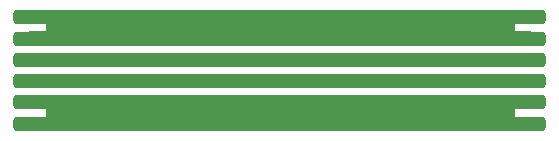
<source format=gtl>
G04*
G04 #@! TF.GenerationSoftware,Altium Limited,Altium Designer,22.4.2 (48)*
G04*
G04 Layer_Physical_Order=1*
G04 Layer_Color=255*
%FSLAX25Y25*%
%MOIN*%
G70*
G04*
G04 #@! TF.SameCoordinates,3B532130-91F3-4BA7-A02C-12DA98C8FE5B*
G04*
G04*
G04 #@! TF.FilePolarity,Positive*
G04*
G01*
G75*
G04:AMPARAMS|DCode=12|XSize=90.55mil|YSize=47.24mil|CornerRadius=11.81mil|HoleSize=0mil|Usage=FLASHONLY|Rotation=0.000|XOffset=0mil|YOffset=0mil|HoleType=Round|Shape=RoundedRectangle|*
%AMROUNDEDRECTD12*
21,1,0.09055,0.02362,0,0,0.0*
21,1,0.06693,0.04724,0,0,0.0*
1,1,0.02362,0.03347,-0.01181*
1,1,0.02362,-0.03347,-0.01181*
1,1,0.02362,-0.03347,0.01181*
1,1,0.02362,0.03347,0.01181*
%
%ADD12ROUNDEDRECTD12*%
%ADD13C,0.02000*%
G36*
X172441Y37008D02*
X166929D01*
Y34646D01*
X172441D01*
Y29921D01*
X5118D01*
Y34646D01*
X10630D01*
Y37008D01*
X5118D01*
Y41732D01*
X172441D01*
Y37008D01*
D02*
G37*
G36*
Y22835D02*
X4724D01*
Y27559D01*
X172441D01*
Y22835D01*
D02*
G37*
G36*
Y15748D02*
X4724D01*
Y20472D01*
X172441D01*
Y15748D01*
D02*
G37*
G36*
Y8661D02*
X166929D01*
Y6299D01*
X172441D01*
Y1575D01*
X5118D01*
Y6299D01*
X10630D01*
Y8661D01*
X5118D01*
Y13386D01*
X172441D01*
Y8661D01*
D02*
G37*
D12*
X172638Y25197D02*
D03*
Y39370D02*
D03*
Y32283D02*
D03*
Y11024D02*
D03*
Y3937D02*
D03*
Y18110D02*
D03*
X4528D02*
D03*
Y3937D02*
D03*
Y11024D02*
D03*
Y32283D02*
D03*
Y39370D02*
D03*
Y25197D02*
D03*
D13*
X175197Y39370D02*
D03*
X170079D02*
D03*
X175197Y32283D02*
D03*
X170079D02*
D03*
X175197Y25197D02*
D03*
X170079D02*
D03*
X175197Y18110D02*
D03*
X170079D02*
D03*
X175197Y11024D02*
D03*
X170079D02*
D03*
X175197Y3937D02*
D03*
X170079D02*
D03*
X7087D02*
D03*
X1969D02*
D03*
X7087Y11024D02*
D03*
X1969D02*
D03*
X7087Y18110D02*
D03*
X1969D02*
D03*
X7087Y25197D02*
D03*
X1969D02*
D03*
X7087Y32283D02*
D03*
X1969D02*
D03*
Y39370D02*
D03*
X7087D02*
D03*
M02*

</source>
